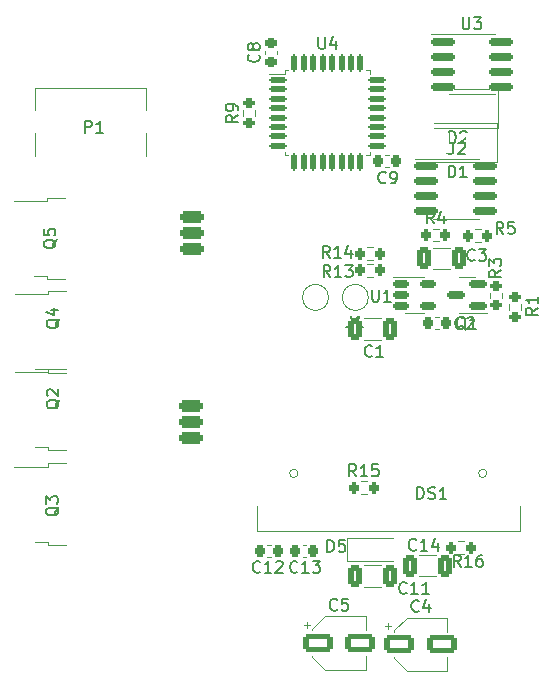
<source format=gto>
G04 #@! TF.GenerationSoftware,KiCad,Pcbnew,(6.0.0)*
G04 #@! TF.CreationDate,2022-07-15T20:40:48-03:00*
G04 #@! TF.ProjectId,lanterna_bueno,6c616e74-6572-46e6-915f-6275656e6f2e,rev?*
G04 #@! TF.SameCoordinates,Original*
G04 #@! TF.FileFunction,Legend,Top*
G04 #@! TF.FilePolarity,Positive*
%FSLAX46Y46*%
G04 Gerber Fmt 4.6, Leading zero omitted, Abs format (unit mm)*
G04 Created by KiCad (PCBNEW (6.0.0)) date 2022-07-15 20:40:48*
%MOMM*%
%LPD*%
G01*
G04 APERTURE LIST*
G04 Aperture macros list*
%AMRoundRect*
0 Rectangle with rounded corners*
0 $1 Rounding radius*
0 $2 $3 $4 $5 $6 $7 $8 $9 X,Y pos of 4 corners*
0 Add a 4 corners polygon primitive as box body*
4,1,4,$2,$3,$4,$5,$6,$7,$8,$9,$2,$3,0*
0 Add four circle primitives for the rounded corners*
1,1,$1+$1,$2,$3*
1,1,$1+$1,$4,$5*
1,1,$1+$1,$6,$7*
1,1,$1+$1,$8,$9*
0 Add four rect primitives between the rounded corners*
20,1,$1+$1,$2,$3,$4,$5,0*
20,1,$1+$1,$4,$5,$6,$7,0*
20,1,$1+$1,$6,$7,$8,$9,0*
20,1,$1+$1,$8,$9,$2,$3,0*%
G04 Aperture macros list end*
%ADD10C,0.150000*%
%ADD11C,0.120000*%
%ADD12C,0.100000*%
%ADD13RoundRect,0.250000X-1.050000X-0.550000X1.050000X-0.550000X1.050000X0.550000X-1.050000X0.550000X0*%
%ADD14RoundRect,0.150000X-0.512500X-0.150000X0.512500X-0.150000X0.512500X0.150000X-0.512500X0.150000X0*%
%ADD15C,2.000000*%
%ADD16RoundRect,0.250000X-0.325000X-0.650000X0.325000X-0.650000X0.325000X0.650000X-0.325000X0.650000X0*%
%ADD17RoundRect,0.225000X-0.225000X-0.250000X0.225000X-0.250000X0.225000X0.250000X-0.225000X0.250000X0*%
%ADD18RoundRect,0.150000X0.587500X0.150000X-0.587500X0.150000X-0.587500X-0.150000X0.587500X-0.150000X0*%
%ADD19RoundRect,0.250000X0.325000X0.650000X-0.325000X0.650000X-0.325000X-0.650000X0.325000X-0.650000X0*%
%ADD20R,0.400000X2.000000*%
%ADD21RoundRect,0.125000X-0.625000X-0.125000X0.625000X-0.125000X0.625000X0.125000X-0.625000X0.125000X0*%
%ADD22RoundRect,0.125000X-0.125000X-0.625000X0.125000X-0.625000X0.125000X0.625000X-0.125000X0.625000X0*%
%ADD23C,0.650000*%
%ADD24R,0.600000X1.450000*%
%ADD25R,0.300000X1.450000*%
%ADD26O,1.000000X1.600000*%
%ADD27O,1.000000X2.100000*%
%ADD28RoundRect,0.200000X-0.200000X-0.275000X0.200000X-0.275000X0.200000X0.275000X-0.200000X0.275000X0*%
%ADD29RoundRect,0.250000X0.750000X-0.250000X0.750000X0.250000X-0.750000X0.250000X-0.750000X-0.250000X0*%
%ADD30RoundRect,0.200000X0.275000X-0.200000X0.275000X0.200000X-0.275000X0.200000X-0.275000X-0.200000X0*%
%ADD31RoundRect,0.250000X-0.750000X0.250000X-0.750000X-0.250000X0.750000X-0.250000X0.750000X0.250000X0*%
%ADD32R,2.200000X1.200000*%
%ADD33R,6.400000X5.800000*%
%ADD34RoundRect,0.150000X-0.825000X-0.150000X0.825000X-0.150000X0.825000X0.150000X-0.825000X0.150000X0*%
%ADD35RoundRect,0.200000X0.200000X0.275000X-0.200000X0.275000X-0.200000X-0.275000X0.200000X-0.275000X0*%
%ADD36RoundRect,0.225000X0.250000X-0.225000X0.250000X0.225000X-0.250000X0.225000X-0.250000X-0.225000X0*%
%ADD37R,2.500000X1.800000*%
%ADD38R,0.900000X1.200000*%
%ADD39C,3.200000*%
G04 APERTURE END LIST*
D10*
X146307333Y-118789942D02*
X146259714Y-118837561D01*
X146116857Y-118885180D01*
X146021619Y-118885180D01*
X145878761Y-118837561D01*
X145783523Y-118742323D01*
X145735904Y-118647085D01*
X145688285Y-118456609D01*
X145688285Y-118313752D01*
X145735904Y-118123276D01*
X145783523Y-118028038D01*
X145878761Y-117932800D01*
X146021619Y-117885180D01*
X146116857Y-117885180D01*
X146259714Y-117932800D01*
X146307333Y-117980419D01*
X147212095Y-117885180D02*
X146735904Y-117885180D01*
X146688285Y-118361371D01*
X146735904Y-118313752D01*
X146831142Y-118266133D01*
X147069238Y-118266133D01*
X147164476Y-118313752D01*
X147212095Y-118361371D01*
X147259714Y-118456609D01*
X147259714Y-118694704D01*
X147212095Y-118789942D01*
X147164476Y-118837561D01*
X147069238Y-118885180D01*
X146831142Y-118885180D01*
X146735904Y-118837561D01*
X146688285Y-118789942D01*
X149268095Y-91722780D02*
X149268095Y-92532304D01*
X149315714Y-92627542D01*
X149363333Y-92675161D01*
X149458571Y-92722780D01*
X149649047Y-92722780D01*
X149744285Y-92675161D01*
X149791904Y-92627542D01*
X149839523Y-92532304D01*
X149839523Y-91722780D01*
X150839523Y-92722780D02*
X150268095Y-92722780D01*
X150553809Y-92722780D02*
X150553809Y-91722780D01*
X150458571Y-91865638D01*
X150363333Y-91960876D01*
X150268095Y-92008495D01*
X147461466Y-93907180D02*
X147461466Y-94621466D01*
X147413847Y-94764323D01*
X147318609Y-94859561D01*
X147175752Y-94907180D01*
X147080514Y-94907180D01*
X148461466Y-94907180D02*
X147890038Y-94907180D01*
X148175752Y-94907180D02*
X148175752Y-93907180D01*
X148080514Y-94050038D01*
X147985276Y-94145276D01*
X147890038Y-94192895D01*
X149253733Y-97301142D02*
X149206114Y-97348761D01*
X149063257Y-97396380D01*
X148968019Y-97396380D01*
X148825161Y-97348761D01*
X148729923Y-97253523D01*
X148682304Y-97158285D01*
X148634685Y-96967809D01*
X148634685Y-96824952D01*
X148682304Y-96634476D01*
X148729923Y-96539238D01*
X148825161Y-96444000D01*
X148968019Y-96396380D01*
X149063257Y-96396380D01*
X149206114Y-96444000D01*
X149253733Y-96491619D01*
X150206114Y-97396380D02*
X149634685Y-97396380D01*
X149920400Y-97396380D02*
X149920400Y-96396380D01*
X149825161Y-96539238D01*
X149729923Y-96634476D01*
X149634685Y-96682095D01*
X156924533Y-94956742D02*
X156876914Y-95004361D01*
X156734057Y-95051980D01*
X156638819Y-95051980D01*
X156495961Y-95004361D01*
X156400723Y-94909123D01*
X156353104Y-94813885D01*
X156305485Y-94623409D01*
X156305485Y-94480552D01*
X156353104Y-94290076D01*
X156400723Y-94194838D01*
X156495961Y-94099600D01*
X156638819Y-94051980D01*
X156734057Y-94051980D01*
X156876914Y-94099600D01*
X156924533Y-94147219D01*
X157305485Y-94147219D02*
X157353104Y-94099600D01*
X157448342Y-94051980D01*
X157686438Y-94051980D01*
X157781676Y-94099600D01*
X157829295Y-94147219D01*
X157876914Y-94242457D01*
X157876914Y-94337695D01*
X157829295Y-94480552D01*
X157257866Y-95051980D01*
X157876914Y-95051980D01*
X157199161Y-95116419D02*
X157103923Y-95068800D01*
X157008685Y-94973561D01*
X156865828Y-94830704D01*
X156770590Y-94783085D01*
X156675352Y-94783085D01*
X156722971Y-95021180D02*
X156627733Y-94973561D01*
X156532495Y-94878323D01*
X156484876Y-94687847D01*
X156484876Y-94354514D01*
X156532495Y-94164038D01*
X156627733Y-94068800D01*
X156722971Y-94021180D01*
X156913447Y-94021180D01*
X157008685Y-94068800D01*
X157103923Y-94164038D01*
X157151542Y-94354514D01*
X157151542Y-94687847D01*
X157103923Y-94878323D01*
X157008685Y-94973561D01*
X156913447Y-95021180D01*
X156722971Y-95021180D01*
X158103923Y-95021180D02*
X157532495Y-95021180D01*
X157818209Y-95021180D02*
X157818209Y-94021180D01*
X157722971Y-94164038D01*
X157627733Y-94259276D01*
X157532495Y-94306895D01*
X152181142Y-117367142D02*
X152133523Y-117414761D01*
X151990666Y-117462380D01*
X151895428Y-117462380D01*
X151752571Y-117414761D01*
X151657333Y-117319523D01*
X151609714Y-117224285D01*
X151562095Y-117033809D01*
X151562095Y-116890952D01*
X151609714Y-116700476D01*
X151657333Y-116605238D01*
X151752571Y-116510000D01*
X151895428Y-116462380D01*
X151990666Y-116462380D01*
X152133523Y-116510000D01*
X152181142Y-116557619D01*
X153133523Y-117462380D02*
X152562095Y-117462380D01*
X152847809Y-117462380D02*
X152847809Y-116462380D01*
X152752571Y-116605238D01*
X152657333Y-116700476D01*
X152562095Y-116748095D01*
X154085904Y-117462380D02*
X153514476Y-117462380D01*
X153800190Y-117462380D02*
X153800190Y-116462380D01*
X153704952Y-116605238D01*
X153609714Y-116700476D01*
X153514476Y-116748095D01*
X153082914Y-109435980D02*
X153082914Y-108435980D01*
X153321009Y-108435980D01*
X153463866Y-108483600D01*
X153559104Y-108578838D01*
X153606723Y-108674076D01*
X153654342Y-108864552D01*
X153654342Y-109007409D01*
X153606723Y-109197885D01*
X153559104Y-109293123D01*
X153463866Y-109388361D01*
X153321009Y-109435980D01*
X153082914Y-109435980D01*
X154035295Y-109388361D02*
X154178152Y-109435980D01*
X154416247Y-109435980D01*
X154511485Y-109388361D01*
X154559104Y-109340742D01*
X154606723Y-109245504D01*
X154606723Y-109150266D01*
X154559104Y-109055028D01*
X154511485Y-109007409D01*
X154416247Y-108959790D01*
X154225771Y-108912171D01*
X154130533Y-108864552D01*
X154082914Y-108816933D01*
X154035295Y-108721695D01*
X154035295Y-108626457D01*
X154082914Y-108531219D01*
X154130533Y-108483600D01*
X154225771Y-108435980D01*
X154463866Y-108435980D01*
X154606723Y-108483600D01*
X155559104Y-109435980D02*
X154987676Y-109435980D01*
X155273390Y-109435980D02*
X155273390Y-108435980D01*
X155178152Y-108578838D01*
X155082914Y-108674076D01*
X154987676Y-108721695D01*
X144713137Y-70314180D02*
X144713137Y-71123704D01*
X144760756Y-71218942D01*
X144808375Y-71266561D01*
X144903613Y-71314180D01*
X145094089Y-71314180D01*
X145189327Y-71266561D01*
X145236946Y-71218942D01*
X145284565Y-71123704D01*
X145284565Y-70314180D01*
X146189327Y-70647514D02*
X146189327Y-71314180D01*
X145951232Y-70266561D02*
X145713137Y-70980847D01*
X146332184Y-70980847D01*
X124968304Y-78421580D02*
X124968304Y-77421580D01*
X125349257Y-77421580D01*
X125444495Y-77469200D01*
X125492114Y-77516819D01*
X125539733Y-77612057D01*
X125539733Y-77754914D01*
X125492114Y-77850152D01*
X125444495Y-77897771D01*
X125349257Y-77945390D01*
X124968304Y-77945390D01*
X126492114Y-78421580D02*
X125920685Y-78421580D01*
X126206400Y-78421580D02*
X126206400Y-77421580D01*
X126111161Y-77564438D01*
X126015923Y-77659676D01*
X125920685Y-77707295D01*
X154486133Y-86111180D02*
X154152800Y-85634990D01*
X153914704Y-86111180D02*
X153914704Y-85111180D01*
X154295657Y-85111180D01*
X154390895Y-85158800D01*
X154438514Y-85206419D01*
X154486133Y-85301657D01*
X154486133Y-85444514D01*
X154438514Y-85539752D01*
X154390895Y-85587371D01*
X154295657Y-85634990D01*
X153914704Y-85634990D01*
X155343276Y-85444514D02*
X155343276Y-86111180D01*
X155105180Y-85063561D02*
X154867085Y-85777847D01*
X155486133Y-85777847D01*
X145678742Y-89014380D02*
X145345409Y-88538190D01*
X145107314Y-89014380D02*
X145107314Y-88014380D01*
X145488266Y-88014380D01*
X145583504Y-88062000D01*
X145631123Y-88109619D01*
X145678742Y-88204857D01*
X145678742Y-88347714D01*
X145631123Y-88442952D01*
X145583504Y-88490571D01*
X145488266Y-88538190D01*
X145107314Y-88538190D01*
X146631123Y-89014380D02*
X146059695Y-89014380D01*
X146345409Y-89014380D02*
X146345409Y-88014380D01*
X146250171Y-88157238D01*
X146154933Y-88252476D01*
X146059695Y-88300095D01*
X147488266Y-88347714D02*
X147488266Y-89014380D01*
X147250171Y-87966761D02*
X147012076Y-88681047D01*
X147631123Y-88681047D01*
X150422133Y-82619942D02*
X150374514Y-82667561D01*
X150231657Y-82715180D01*
X150136419Y-82715180D01*
X149993561Y-82667561D01*
X149898323Y-82572323D01*
X149850704Y-82477085D01*
X149803085Y-82286609D01*
X149803085Y-82143752D01*
X149850704Y-81953276D01*
X149898323Y-81858038D01*
X149993561Y-81762800D01*
X150136419Y-81715180D01*
X150231657Y-81715180D01*
X150374514Y-81762800D01*
X150422133Y-81810419D01*
X150898323Y-82715180D02*
X151088800Y-82715180D01*
X151184038Y-82667561D01*
X151231657Y-82619942D01*
X151326895Y-82477085D01*
X151374514Y-82286609D01*
X151374514Y-81905657D01*
X151326895Y-81810419D01*
X151279276Y-81762800D01*
X151184038Y-81715180D01*
X150993561Y-81715180D01*
X150898323Y-81762800D01*
X150850704Y-81810419D01*
X150803085Y-81905657D01*
X150803085Y-82143752D01*
X150850704Y-82238990D01*
X150898323Y-82286609D01*
X150993561Y-82334228D01*
X151184038Y-82334228D01*
X151279276Y-82286609D01*
X151326895Y-82238990D01*
X151374514Y-82143752D01*
X137876380Y-76943066D02*
X137400190Y-77276400D01*
X137876380Y-77514495D02*
X136876380Y-77514495D01*
X136876380Y-77133542D01*
X136924000Y-77038304D01*
X136971619Y-76990685D01*
X137066857Y-76943066D01*
X137209714Y-76943066D01*
X137304952Y-76990685D01*
X137352571Y-77038304D01*
X137400190Y-77133542D01*
X137400190Y-77514495D01*
X137876380Y-76466876D02*
X137876380Y-76276400D01*
X137828761Y-76181161D01*
X137781142Y-76133542D01*
X137638285Y-76038304D01*
X137447809Y-75990685D01*
X137066857Y-75990685D01*
X136971619Y-76038304D01*
X136924000Y-76085923D01*
X136876380Y-76181161D01*
X136876380Y-76371638D01*
X136924000Y-76466876D01*
X136971619Y-76514495D01*
X137066857Y-76562114D01*
X137304952Y-76562114D01*
X137400190Y-76514495D01*
X137447809Y-76466876D01*
X137495428Y-76371638D01*
X137495428Y-76181161D01*
X137447809Y-76085923D01*
X137400190Y-76038304D01*
X137304952Y-75990685D01*
X122799619Y-101026038D02*
X122752000Y-101121276D01*
X122656761Y-101216514D01*
X122513904Y-101359371D01*
X122466285Y-101454609D01*
X122466285Y-101549847D01*
X122704380Y-101502228D02*
X122656761Y-101597466D01*
X122561523Y-101692704D01*
X122371047Y-101740323D01*
X122037714Y-101740323D01*
X121847238Y-101692704D01*
X121752000Y-101597466D01*
X121704380Y-101502228D01*
X121704380Y-101311752D01*
X121752000Y-101216514D01*
X121847238Y-101121276D01*
X122037714Y-101073657D01*
X122371047Y-101073657D01*
X122561523Y-101121276D01*
X122656761Y-101216514D01*
X122704380Y-101311752D01*
X122704380Y-101502228D01*
X121799619Y-100692704D02*
X121752000Y-100645085D01*
X121704380Y-100549847D01*
X121704380Y-100311752D01*
X121752000Y-100216514D01*
X121799619Y-100168895D01*
X121894857Y-100121276D01*
X121990095Y-100121276D01*
X122132952Y-100168895D01*
X122704380Y-100740323D01*
X122704380Y-100121276D01*
X155567295Y-79229580D02*
X155567295Y-80039104D01*
X155614914Y-80134342D01*
X155662533Y-80181961D01*
X155757771Y-80229580D01*
X155948247Y-80229580D01*
X156043485Y-80181961D01*
X156091104Y-80134342D01*
X156138723Y-80039104D01*
X156138723Y-79229580D01*
X156567295Y-79324819D02*
X156614914Y-79277200D01*
X156710152Y-79229580D01*
X156948247Y-79229580D01*
X157043485Y-79277200D01*
X157091104Y-79324819D01*
X157138723Y-79420057D01*
X157138723Y-79515295D01*
X157091104Y-79658152D01*
X156519676Y-80229580D01*
X157138723Y-80229580D01*
X145721594Y-90639980D02*
X145388261Y-90163790D01*
X145150166Y-90639980D02*
X145150166Y-89639980D01*
X145531118Y-89639980D01*
X145626356Y-89687600D01*
X145673975Y-89735219D01*
X145721594Y-89830457D01*
X145721594Y-89973314D01*
X145673975Y-90068552D01*
X145626356Y-90116171D01*
X145531118Y-90163790D01*
X145150166Y-90163790D01*
X146673975Y-90639980D02*
X146102547Y-90639980D01*
X146388261Y-90639980D02*
X146388261Y-89639980D01*
X146293023Y-89782838D01*
X146197785Y-89878076D01*
X146102547Y-89925695D01*
X147007309Y-89639980D02*
X147626356Y-89639980D01*
X147293023Y-90020933D01*
X147435880Y-90020933D01*
X147531118Y-90068552D01*
X147578737Y-90116171D01*
X147626356Y-90211409D01*
X147626356Y-90449504D01*
X147578737Y-90544742D01*
X147531118Y-90592361D01*
X147435880Y-90639980D01*
X147150166Y-90639980D01*
X147054928Y-90592361D01*
X147007309Y-90544742D01*
X139652794Y-71812266D02*
X139700413Y-71859885D01*
X139748032Y-72002742D01*
X139748032Y-72097980D01*
X139700413Y-72240838D01*
X139605175Y-72336076D01*
X139509937Y-72383695D01*
X139319461Y-72431314D01*
X139176604Y-72431314D01*
X138986128Y-72383695D01*
X138890890Y-72336076D01*
X138795652Y-72240838D01*
X138748032Y-72097980D01*
X138748032Y-72002742D01*
X138795652Y-71859885D01*
X138843271Y-71812266D01*
X139176604Y-71240838D02*
X139128985Y-71336076D01*
X139081366Y-71383695D01*
X138986128Y-71431314D01*
X138938509Y-71431314D01*
X138843271Y-71383695D01*
X138795652Y-71336076D01*
X138748032Y-71240838D01*
X138748032Y-71050361D01*
X138795652Y-70955123D01*
X138843271Y-70907504D01*
X138938509Y-70859885D01*
X138986128Y-70859885D01*
X139081366Y-70907504D01*
X139128985Y-70955123D01*
X139176604Y-71050361D01*
X139176604Y-71240838D01*
X139224223Y-71336076D01*
X139271842Y-71383695D01*
X139367080Y-71431314D01*
X139557556Y-71431314D01*
X139652794Y-71383695D01*
X139700413Y-71336076D01*
X139748032Y-71240838D01*
X139748032Y-71050361D01*
X139700413Y-70955123D01*
X139652794Y-70907504D01*
X139557556Y-70859885D01*
X139367080Y-70859885D01*
X139271842Y-70907504D01*
X139224223Y-70955123D01*
X139176604Y-71050361D01*
X155743504Y-82217980D02*
X155743504Y-81217980D01*
X155981600Y-81217980D01*
X156124457Y-81265600D01*
X156219695Y-81360838D01*
X156267314Y-81456076D01*
X156314933Y-81646552D01*
X156314933Y-81789409D01*
X156267314Y-81979885D01*
X156219695Y-82075123D01*
X156124457Y-82170361D01*
X155981600Y-82217980D01*
X155743504Y-82217980D01*
X157267314Y-82217980D02*
X156695885Y-82217980D01*
X156981600Y-82217980D02*
X156981600Y-81217980D01*
X156886361Y-81360838D01*
X156791123Y-81456076D01*
X156695885Y-81503695D01*
X147913942Y-107505580D02*
X147580609Y-107029390D01*
X147342514Y-107505580D02*
X147342514Y-106505580D01*
X147723466Y-106505580D01*
X147818704Y-106553200D01*
X147866323Y-106600819D01*
X147913942Y-106696057D01*
X147913942Y-106838914D01*
X147866323Y-106934152D01*
X147818704Y-106981771D01*
X147723466Y-107029390D01*
X147342514Y-107029390D01*
X148866323Y-107505580D02*
X148294895Y-107505580D01*
X148580609Y-107505580D02*
X148580609Y-106505580D01*
X148485371Y-106648438D01*
X148390133Y-106743676D01*
X148294895Y-106791295D01*
X149771085Y-106505580D02*
X149294895Y-106505580D01*
X149247276Y-106981771D01*
X149294895Y-106934152D01*
X149390133Y-106886533D01*
X149628228Y-106886533D01*
X149723466Y-106934152D01*
X149771085Y-106981771D01*
X149818704Y-107077009D01*
X149818704Y-107315104D01*
X149771085Y-107410342D01*
X149723466Y-107457961D01*
X149628228Y-107505580D01*
X149390133Y-107505580D01*
X149294895Y-107457961D01*
X149247276Y-107410342D01*
X157940533Y-89173142D02*
X157892914Y-89220761D01*
X157750057Y-89268380D01*
X157654819Y-89268380D01*
X157511961Y-89220761D01*
X157416723Y-89125523D01*
X157369104Y-89030285D01*
X157321485Y-88839809D01*
X157321485Y-88696952D01*
X157369104Y-88506476D01*
X157416723Y-88411238D01*
X157511961Y-88316000D01*
X157654819Y-88268380D01*
X157750057Y-88268380D01*
X157892914Y-88316000D01*
X157940533Y-88363619D01*
X158273866Y-88268380D02*
X158892914Y-88268380D01*
X158559580Y-88649333D01*
X158702438Y-88649333D01*
X158797676Y-88696952D01*
X158845295Y-88744571D01*
X158892914Y-88839809D01*
X158892914Y-89077904D01*
X158845295Y-89173142D01*
X158797676Y-89220761D01*
X158702438Y-89268380D01*
X158416723Y-89268380D01*
X158321485Y-89220761D01*
X158273866Y-89173142D01*
X160185180Y-90049466D02*
X159708990Y-90382800D01*
X160185180Y-90620895D02*
X159185180Y-90620895D01*
X159185180Y-90239942D01*
X159232800Y-90144704D01*
X159280419Y-90097085D01*
X159375657Y-90049466D01*
X159518514Y-90049466D01*
X159613752Y-90097085D01*
X159661371Y-90144704D01*
X159708990Y-90239942D01*
X159708990Y-90620895D01*
X159185180Y-89716133D02*
X159185180Y-89097085D01*
X159566133Y-89430419D01*
X159566133Y-89287561D01*
X159613752Y-89192323D01*
X159661371Y-89144704D01*
X159756609Y-89097085D01*
X159994704Y-89097085D01*
X160089942Y-89144704D01*
X160137561Y-89192323D01*
X160185180Y-89287561D01*
X160185180Y-89573276D01*
X160137561Y-89668514D01*
X160089942Y-89716133D01*
X163283980Y-93249866D02*
X162807790Y-93583200D01*
X163283980Y-93821295D02*
X162283980Y-93821295D01*
X162283980Y-93440342D01*
X162331600Y-93345104D01*
X162379219Y-93297485D01*
X162474457Y-93249866D01*
X162617314Y-93249866D01*
X162712552Y-93297485D01*
X162760171Y-93345104D01*
X162807790Y-93440342D01*
X162807790Y-93821295D01*
X163283980Y-92297485D02*
X163283980Y-92868914D01*
X163283980Y-92583200D02*
X162283980Y-92583200D01*
X162426838Y-92678438D01*
X162522076Y-92773676D01*
X162569695Y-92868914D01*
X142935542Y-115589142D02*
X142887923Y-115636761D01*
X142745066Y-115684380D01*
X142649828Y-115684380D01*
X142506971Y-115636761D01*
X142411733Y-115541523D01*
X142364114Y-115446285D01*
X142316495Y-115255809D01*
X142316495Y-115112952D01*
X142364114Y-114922476D01*
X142411733Y-114827238D01*
X142506971Y-114732000D01*
X142649828Y-114684380D01*
X142745066Y-114684380D01*
X142887923Y-114732000D01*
X142935542Y-114779619D01*
X143887923Y-115684380D02*
X143316495Y-115684380D01*
X143602209Y-115684380D02*
X143602209Y-114684380D01*
X143506971Y-114827238D01*
X143411733Y-114922476D01*
X143316495Y-114970095D01*
X144221257Y-114684380D02*
X144840304Y-114684380D01*
X144506971Y-115065333D01*
X144649828Y-115065333D01*
X144745066Y-115112952D01*
X144792685Y-115160571D01*
X144840304Y-115255809D01*
X144840304Y-115493904D01*
X144792685Y-115589142D01*
X144745066Y-115636761D01*
X144649828Y-115684380D01*
X144364114Y-115684380D01*
X144268876Y-115636761D01*
X144221257Y-115589142D01*
X155794304Y-79322380D02*
X155794304Y-78322380D01*
X156032400Y-78322380D01*
X156175257Y-78370000D01*
X156270495Y-78465238D01*
X156318114Y-78560476D01*
X156365733Y-78750952D01*
X156365733Y-78893809D01*
X156318114Y-79084285D01*
X156270495Y-79179523D01*
X156175257Y-79274761D01*
X156032400Y-79322380D01*
X155794304Y-79322380D01*
X156746685Y-78417619D02*
X156794304Y-78370000D01*
X156889542Y-78322380D01*
X157127638Y-78322380D01*
X157222876Y-78370000D01*
X157270495Y-78417619D01*
X157318114Y-78512857D01*
X157318114Y-78608095D01*
X157270495Y-78750952D01*
X156699066Y-79322380D01*
X157318114Y-79322380D01*
X139785942Y-115589142D02*
X139738323Y-115636761D01*
X139595466Y-115684380D01*
X139500228Y-115684380D01*
X139357371Y-115636761D01*
X139262133Y-115541523D01*
X139214514Y-115446285D01*
X139166895Y-115255809D01*
X139166895Y-115112952D01*
X139214514Y-114922476D01*
X139262133Y-114827238D01*
X139357371Y-114732000D01*
X139500228Y-114684380D01*
X139595466Y-114684380D01*
X139738323Y-114732000D01*
X139785942Y-114779619D01*
X140738323Y-115684380D02*
X140166895Y-115684380D01*
X140452609Y-115684380D02*
X140452609Y-114684380D01*
X140357371Y-114827238D01*
X140262133Y-114922476D01*
X140166895Y-114970095D01*
X141119276Y-114779619D02*
X141166895Y-114732000D01*
X141262133Y-114684380D01*
X141500228Y-114684380D01*
X141595466Y-114732000D01*
X141643085Y-114779619D01*
X141690704Y-114874857D01*
X141690704Y-114970095D01*
X141643085Y-115112952D01*
X141071657Y-115684380D01*
X141690704Y-115684380D01*
X156753142Y-115176380D02*
X156419809Y-114700190D01*
X156181714Y-115176380D02*
X156181714Y-114176380D01*
X156562666Y-114176380D01*
X156657904Y-114224000D01*
X156705523Y-114271619D01*
X156753142Y-114366857D01*
X156753142Y-114509714D01*
X156705523Y-114604952D01*
X156657904Y-114652571D01*
X156562666Y-114700190D01*
X156181714Y-114700190D01*
X157705523Y-115176380D02*
X157134095Y-115176380D01*
X157419809Y-115176380D02*
X157419809Y-114176380D01*
X157324571Y-114319238D01*
X157229333Y-114414476D01*
X157134095Y-114462095D01*
X158562666Y-114176380D02*
X158372190Y-114176380D01*
X158276952Y-114224000D01*
X158229333Y-114271619D01*
X158134095Y-114414476D01*
X158086476Y-114604952D01*
X158086476Y-114985904D01*
X158134095Y-115081142D01*
X158181714Y-115128761D01*
X158276952Y-115176380D01*
X158467428Y-115176380D01*
X158562666Y-115128761D01*
X158610285Y-115081142D01*
X158657904Y-114985904D01*
X158657904Y-114747809D01*
X158610285Y-114652571D01*
X158562666Y-114604952D01*
X158467428Y-114557333D01*
X158276952Y-114557333D01*
X158181714Y-114604952D01*
X158134095Y-114652571D01*
X158086476Y-114747809D01*
X145481904Y-113906380D02*
X145481904Y-112906380D01*
X145720000Y-112906380D01*
X145862857Y-112954000D01*
X145958095Y-113049238D01*
X146005714Y-113144476D01*
X146053333Y-113334952D01*
X146053333Y-113477809D01*
X146005714Y-113668285D01*
X145958095Y-113763523D01*
X145862857Y-113858761D01*
X145720000Y-113906380D01*
X145481904Y-113906380D01*
X146958095Y-112906380D02*
X146481904Y-112906380D01*
X146434285Y-113382571D01*
X146481904Y-113334952D01*
X146577142Y-113287333D01*
X146815238Y-113287333D01*
X146910476Y-113334952D01*
X146958095Y-113382571D01*
X147005714Y-113477809D01*
X147005714Y-113715904D01*
X146958095Y-113811142D01*
X146910476Y-113858761D01*
X146815238Y-113906380D01*
X146577142Y-113906380D01*
X146481904Y-113858761D01*
X146434285Y-113811142D01*
X156938895Y-68663180D02*
X156938895Y-69472704D01*
X156986514Y-69567942D01*
X157034133Y-69615561D01*
X157129371Y-69663180D01*
X157319847Y-69663180D01*
X157415085Y-69615561D01*
X157462704Y-69567942D01*
X157510323Y-69472704D01*
X157510323Y-68663180D01*
X157891276Y-68663180D02*
X158510323Y-68663180D01*
X158176990Y-69044133D01*
X158319847Y-69044133D01*
X158415085Y-69091752D01*
X158462704Y-69139371D01*
X158510323Y-69234609D01*
X158510323Y-69472704D01*
X158462704Y-69567942D01*
X158415085Y-69615561D01*
X158319847Y-69663180D01*
X158034133Y-69663180D01*
X157938895Y-69615561D01*
X157891276Y-69567942D01*
X153216133Y-118891542D02*
X153168514Y-118939161D01*
X153025657Y-118986780D01*
X152930419Y-118986780D01*
X152787561Y-118939161D01*
X152692323Y-118843923D01*
X152644704Y-118748685D01*
X152597085Y-118558209D01*
X152597085Y-118415352D01*
X152644704Y-118224876D01*
X152692323Y-118129638D01*
X152787561Y-118034400D01*
X152930419Y-117986780D01*
X153025657Y-117986780D01*
X153168514Y-118034400D01*
X153216133Y-118082019D01*
X154073276Y-118320114D02*
X154073276Y-118986780D01*
X153835180Y-117939161D02*
X153597085Y-118653447D01*
X154216133Y-118653447D01*
X153001890Y-113709542D02*
X152954271Y-113757161D01*
X152811414Y-113804780D01*
X152716176Y-113804780D01*
X152573319Y-113757161D01*
X152478081Y-113661923D01*
X152430462Y-113566685D01*
X152382843Y-113376209D01*
X152382843Y-113233352D01*
X152430462Y-113042876D01*
X152478081Y-112947638D01*
X152573319Y-112852400D01*
X152716176Y-112804780D01*
X152811414Y-112804780D01*
X152954271Y-112852400D01*
X153001890Y-112900019D01*
X153954271Y-113804780D02*
X153382843Y-113804780D01*
X153668557Y-113804780D02*
X153668557Y-112804780D01*
X153573319Y-112947638D01*
X153478081Y-113042876D01*
X153382843Y-113090495D01*
X154811414Y-113138114D02*
X154811414Y-113804780D01*
X154573319Y-112757161D02*
X154335224Y-113471447D01*
X154954271Y-113471447D01*
X122799619Y-94218838D02*
X122752000Y-94314076D01*
X122656761Y-94409314D01*
X122513904Y-94552171D01*
X122466285Y-94647409D01*
X122466285Y-94742647D01*
X122704380Y-94695028D02*
X122656761Y-94790266D01*
X122561523Y-94885504D01*
X122371047Y-94933123D01*
X122037714Y-94933123D01*
X121847238Y-94885504D01*
X121752000Y-94790266D01*
X121704380Y-94695028D01*
X121704380Y-94504552D01*
X121752000Y-94409314D01*
X121847238Y-94314076D01*
X122037714Y-94266457D01*
X122371047Y-94266457D01*
X122561523Y-94314076D01*
X122656761Y-94409314D01*
X122704380Y-94504552D01*
X122704380Y-94695028D01*
X122037714Y-93409314D02*
X122704380Y-93409314D01*
X121656761Y-93647409D02*
X122371047Y-93885504D01*
X122371047Y-93266457D01*
X122545619Y-87462438D02*
X122498000Y-87557676D01*
X122402761Y-87652914D01*
X122259904Y-87795771D01*
X122212285Y-87891009D01*
X122212285Y-87986247D01*
X122450380Y-87938628D02*
X122402761Y-88033866D01*
X122307523Y-88129104D01*
X122117047Y-88176723D01*
X121783714Y-88176723D01*
X121593238Y-88129104D01*
X121498000Y-88033866D01*
X121450380Y-87938628D01*
X121450380Y-87748152D01*
X121498000Y-87652914D01*
X121593238Y-87557676D01*
X121783714Y-87510057D01*
X122117047Y-87510057D01*
X122307523Y-87557676D01*
X122402761Y-87652914D01*
X122450380Y-87748152D01*
X122450380Y-87938628D01*
X121450380Y-86605295D02*
X121450380Y-87081485D01*
X121926571Y-87129104D01*
X121878952Y-87081485D01*
X121831333Y-86986247D01*
X121831333Y-86748152D01*
X121878952Y-86652914D01*
X121926571Y-86605295D01*
X122021809Y-86557676D01*
X122259904Y-86557676D01*
X122355142Y-86605295D01*
X122402761Y-86652914D01*
X122450380Y-86748152D01*
X122450380Y-86986247D01*
X122402761Y-87081485D01*
X122355142Y-87129104D01*
X122748819Y-110119238D02*
X122701200Y-110214476D01*
X122605961Y-110309714D01*
X122463104Y-110452571D01*
X122415485Y-110547809D01*
X122415485Y-110643047D01*
X122653580Y-110595428D02*
X122605961Y-110690666D01*
X122510723Y-110785904D01*
X122320247Y-110833523D01*
X121986914Y-110833523D01*
X121796438Y-110785904D01*
X121701200Y-110690666D01*
X121653580Y-110595428D01*
X121653580Y-110404952D01*
X121701200Y-110309714D01*
X121796438Y-110214476D01*
X121986914Y-110166857D01*
X122320247Y-110166857D01*
X122510723Y-110214476D01*
X122605961Y-110309714D01*
X122653580Y-110404952D01*
X122653580Y-110595428D01*
X121653580Y-109833523D02*
X121653580Y-109214476D01*
X122034533Y-109547809D01*
X122034533Y-109404952D01*
X122082152Y-109309714D01*
X122129771Y-109262095D01*
X122225009Y-109214476D01*
X122463104Y-109214476D01*
X122558342Y-109262095D01*
X122605961Y-109309714D01*
X122653580Y-109404952D01*
X122653580Y-109690666D01*
X122605961Y-109785904D01*
X122558342Y-109833523D01*
X160378933Y-86982380D02*
X160045600Y-86506190D01*
X159807504Y-86982380D02*
X159807504Y-85982380D01*
X160188457Y-85982380D01*
X160283695Y-86030000D01*
X160331314Y-86077619D01*
X160378933Y-86172857D01*
X160378933Y-86315714D01*
X160331314Y-86410952D01*
X160283695Y-86458571D01*
X160188457Y-86506190D01*
X159807504Y-86506190D01*
X161283695Y-85982380D02*
X160807504Y-85982380D01*
X160759885Y-86458571D01*
X160807504Y-86410952D01*
X160902742Y-86363333D01*
X161140838Y-86363333D01*
X161236076Y-86410952D01*
X161283695Y-86458571D01*
X161331314Y-86553809D01*
X161331314Y-86791904D01*
X161283695Y-86887142D01*
X161236076Y-86934761D01*
X161140838Y-86982380D01*
X160902742Y-86982380D01*
X160807504Y-86934761D01*
X160759885Y-86887142D01*
D11*
X145278437Y-123892800D02*
X148734000Y-123892800D01*
X144214000Y-120437237D02*
X145278437Y-119372800D01*
X144214000Y-120437237D02*
X144214000Y-120572800D01*
X143724000Y-119822800D02*
X143724000Y-120322800D01*
X144214000Y-122828363D02*
X144214000Y-122692800D01*
X143474000Y-120072800D02*
X143974000Y-120072800D01*
X148734000Y-119372800D02*
X148734000Y-120572800D01*
X148734000Y-123892800D02*
X148734000Y-122692800D01*
X145278437Y-119372800D02*
X148734000Y-119372800D01*
X144214000Y-122828363D02*
X145278437Y-123892800D01*
X152824000Y-93728800D02*
X153624000Y-93728800D01*
X152824000Y-93728800D02*
X152024000Y-93728800D01*
X152824000Y-90608800D02*
X153624000Y-90608800D01*
X152824000Y-90608800D02*
X151024000Y-90608800D01*
X145573600Y-92372000D02*
G75*
G03*
X145573600Y-92372000I-1100000J0D01*
G01*
X148945600Y-92372000D02*
G75*
G03*
X148945600Y-92372000I-1100000J0D01*
G01*
X148607548Y-95974400D02*
X150030052Y-95974400D01*
X148607548Y-94154400D02*
X150030052Y-94154400D01*
X154613820Y-94046400D02*
X154894980Y-94046400D01*
X154613820Y-95066400D02*
X154894980Y-95066400D01*
X157294400Y-93728800D02*
X156644400Y-93728800D01*
X157294400Y-90608800D02*
X157944400Y-90608800D01*
X157294400Y-93728800D02*
X158969400Y-93728800D01*
X157294400Y-90608800D02*
X156644400Y-90608800D01*
X150030052Y-116853200D02*
X148607548Y-116853200D01*
X150030052Y-115033200D02*
X148607548Y-115033200D01*
X139481652Y-110022200D02*
X139481652Y-112172200D01*
X139481652Y-112172200D02*
X161781652Y-112172200D01*
X161781652Y-112172200D02*
X161781652Y-110022200D01*
D12*
X158981652Y-107272200D02*
G75*
G03*
X158981652Y-107272200I-350000J0D01*
G01*
X142981652Y-107272200D02*
G75*
G03*
X142981652Y-107272200I-350000J0D01*
G01*
D11*
X142165042Y-80351800D02*
X141865042Y-80351800D01*
X148785042Y-80351800D02*
X149085042Y-80351800D01*
X141865042Y-73131800D02*
X141865042Y-73431800D01*
X141865042Y-73431800D02*
X140550042Y-73431800D01*
X141865042Y-80351800D02*
X141865042Y-80051800D01*
X142165042Y-73131800D02*
X141865042Y-73131800D01*
X148785042Y-73131800D02*
X149085042Y-73131800D01*
X149085042Y-80351800D02*
X149085042Y-80051800D01*
X149085042Y-73131800D02*
X149085042Y-73431800D01*
X130129000Y-80422000D02*
X130129000Y-78422000D01*
X120729000Y-80422000D02*
X120729000Y-78422000D01*
X130129000Y-76522000D02*
X130129000Y-74622000D01*
X130129000Y-74622000D02*
X120729000Y-74622000D01*
X120729000Y-76522000D02*
X120729000Y-74622000D01*
X154415542Y-87611300D02*
X154890058Y-87611300D01*
X154415542Y-86566300D02*
X154890058Y-86566300D01*
X148870394Y-89186100D02*
X149344910Y-89186100D01*
X148870394Y-88141100D02*
X149344910Y-88141100D01*
X150389472Y-81299600D02*
X150670632Y-81299600D01*
X150389472Y-80279600D02*
X150670632Y-80279600D01*
X139376500Y-77013658D02*
X139376500Y-76539142D01*
X138331500Y-77013658D02*
X138331500Y-76539142D01*
X123364800Y-105295200D02*
X121864800Y-105295200D01*
X123364800Y-98395200D02*
X121864800Y-98395200D01*
X121864800Y-98395200D02*
X121864800Y-98665200D01*
X121864800Y-105025200D02*
X120764800Y-105025200D01*
X121864800Y-105295200D02*
X121864800Y-105025200D01*
X121864800Y-98665200D02*
X119034800Y-98665200D01*
X156329200Y-85737200D02*
X158279200Y-85737200D01*
X156329200Y-80617200D02*
X158279200Y-80617200D01*
X156329200Y-85737200D02*
X154379200Y-85737200D01*
X156329200Y-80617200D02*
X152879200Y-80617200D01*
X149344910Y-89563500D02*
X148870394Y-89563500D01*
X149344910Y-90608500D02*
X148870394Y-90608500D01*
X140215652Y-71786180D02*
X140215652Y-71505020D01*
X141235652Y-71786180D02*
X141235652Y-71505020D01*
X159881600Y-80915600D02*
X159881600Y-77615600D01*
X159881600Y-77615600D02*
X154481600Y-77615600D01*
X159881600Y-80915600D02*
X154481600Y-80915600D01*
X148836910Y-108998100D02*
X148362394Y-108998100D01*
X148836910Y-107953100D02*
X148362394Y-107953100D01*
X154449548Y-88160000D02*
X155872052Y-88160000D01*
X154449548Y-89980000D02*
X155872052Y-89980000D01*
X160255300Y-92456858D02*
X160255300Y-91982342D01*
X159210300Y-92456858D02*
X159210300Y-91982342D01*
X160835900Y-93422058D02*
X160835900Y-92947542D01*
X161880900Y-93422058D02*
X161880900Y-92947542D01*
X143379072Y-113350400D02*
X143660232Y-113350400D01*
X143379072Y-114370400D02*
X143660232Y-114370400D01*
X159932400Y-78020000D02*
X159932400Y-74720000D01*
X159932400Y-78020000D02*
X154532400Y-78020000D01*
X159932400Y-74720000D02*
X154532400Y-74720000D01*
X140381872Y-114370400D02*
X140663032Y-114370400D01*
X140381872Y-113350400D02*
X140663032Y-113350400D01*
X157015710Y-114078100D02*
X156541194Y-114078100D01*
X157015710Y-113033100D02*
X156541194Y-113033100D01*
X147119600Y-112708000D02*
X147119600Y-114708000D01*
X147119600Y-114708000D02*
X151019600Y-114708000D01*
X147119600Y-112708000D02*
X151019600Y-112708000D01*
X157700800Y-70050800D02*
X159650800Y-70050800D01*
X157700800Y-75170800D02*
X159650800Y-75170800D01*
X157700800Y-75170800D02*
X155750800Y-75170800D01*
X157700800Y-70050800D02*
X154250800Y-70050800D01*
X152187237Y-123994400D02*
X155642800Y-123994400D01*
X150382800Y-120174400D02*
X150882800Y-120174400D01*
X155642800Y-123994400D02*
X155642800Y-122794400D01*
X150632800Y-119924400D02*
X150632800Y-120424400D01*
X151122800Y-120538837D02*
X151122800Y-120674400D01*
X155642800Y-119474400D02*
X155642800Y-120674400D01*
X151122800Y-122929963D02*
X151122800Y-122794400D01*
X152187237Y-119474400D02*
X155642800Y-119474400D01*
X151122800Y-120538837D02*
X152187237Y-119474400D01*
X151122800Y-122929963D02*
X152187237Y-123994400D01*
X154652852Y-115989600D02*
X153230348Y-115989600D01*
X154652852Y-114169600D02*
X153230348Y-114169600D01*
X121864800Y-91842000D02*
X121864800Y-92112000D01*
X123364800Y-98742000D02*
X121864800Y-98742000D01*
X123364800Y-91842000D02*
X121864800Y-91842000D01*
X121864800Y-92112000D02*
X119034800Y-92112000D01*
X121864800Y-98742000D02*
X121864800Y-98472000D01*
X121864800Y-98472000D02*
X120764800Y-98472000D01*
X123263200Y-90817200D02*
X121763200Y-90817200D01*
X121763200Y-84187200D02*
X118933200Y-84187200D01*
X121763200Y-90547200D02*
X120663200Y-90547200D01*
X121763200Y-83917200D02*
X121763200Y-84187200D01*
X121763200Y-90817200D02*
X121763200Y-90547200D01*
X123263200Y-83917200D02*
X121763200Y-83917200D01*
X123314000Y-106421600D02*
X121814000Y-106421600D01*
X121814000Y-113321600D02*
X121814000Y-113051600D01*
X123314000Y-113321600D02*
X121814000Y-113321600D01*
X121814000Y-106691600D02*
X118984000Y-106691600D01*
X121814000Y-106421600D02*
X121814000Y-106691600D01*
X121814000Y-113051600D02*
X120714000Y-113051600D01*
X158446058Y-86617100D02*
X157971542Y-86617100D01*
X158446058Y-87662100D02*
X157971542Y-87662100D01*
%LPC*%
D13*
X144674000Y-121632800D03*
X148274000Y-121632800D03*
D14*
X151686500Y-91218800D03*
X151686500Y-92168800D03*
X151686500Y-93118800D03*
X153961500Y-93118800D03*
X153961500Y-91218800D03*
D15*
X147845600Y-92372000D03*
X144473600Y-92372000D03*
D16*
X147843800Y-95064400D03*
X150793800Y-95064400D03*
D17*
X153979400Y-94556400D03*
X155529400Y-94556400D03*
D18*
X158231900Y-93118800D03*
X158231900Y-91218800D03*
X156356900Y-92168800D03*
D19*
X150793800Y-115943200D03*
X147843800Y-115943200D03*
D20*
X140481652Y-111022200D03*
X141181652Y-111022200D03*
X141881652Y-111022200D03*
X142581652Y-111022200D03*
X143281652Y-111022200D03*
X143981652Y-111022200D03*
X144681652Y-111022200D03*
X145381652Y-111022200D03*
X146081652Y-111022200D03*
X146781652Y-111022200D03*
X147481652Y-111022200D03*
X148181652Y-111022200D03*
X148881652Y-111022200D03*
X149581652Y-111022200D03*
X150281652Y-111022200D03*
X150981652Y-111022200D03*
X151681652Y-111022200D03*
X152381652Y-111022200D03*
X153081652Y-111022200D03*
X153781652Y-111022200D03*
X154481652Y-111022200D03*
X155181652Y-111022200D03*
X155881652Y-111022200D03*
X156581652Y-111022200D03*
X157281652Y-111022200D03*
X157981652Y-111022200D03*
X158681652Y-111022200D03*
X159381652Y-111022200D03*
X160081652Y-111022200D03*
X160781652Y-111022200D03*
D21*
X141300042Y-73941800D03*
X141300042Y-74741800D03*
X141300042Y-75541800D03*
X141300042Y-76341800D03*
X141300042Y-77141800D03*
X141300042Y-77941800D03*
X141300042Y-78741800D03*
X141300042Y-79541800D03*
D22*
X142675042Y-80916800D03*
X143475042Y-80916800D03*
X144275042Y-80916800D03*
X145075042Y-80916800D03*
X145875042Y-80916800D03*
X146675042Y-80916800D03*
X147475042Y-80916800D03*
X148275042Y-80916800D03*
D21*
X149650042Y-79541800D03*
X149650042Y-78741800D03*
X149650042Y-77941800D03*
X149650042Y-77141800D03*
X149650042Y-76341800D03*
X149650042Y-75541800D03*
X149650042Y-74741800D03*
X149650042Y-73941800D03*
D22*
X148275042Y-72566800D03*
X147475042Y-72566800D03*
X146675042Y-72566800D03*
X145875042Y-72566800D03*
X145075042Y-72566800D03*
X144275042Y-72566800D03*
X143475042Y-72566800D03*
X142675042Y-72566800D03*
D23*
X122539000Y-81122000D03*
X128319000Y-81122000D03*
D24*
X128679000Y-82567000D03*
X127879000Y-82567000D03*
D25*
X126679000Y-82567000D03*
X125679000Y-82567000D03*
X125179000Y-82567000D03*
X124179000Y-82567000D03*
D24*
X122979000Y-82567000D03*
X122179000Y-82567000D03*
X122179000Y-82567000D03*
X122979000Y-82567000D03*
D25*
X123679000Y-82567000D03*
X124679000Y-82567000D03*
X126179000Y-82567000D03*
X127179000Y-82567000D03*
D24*
X127879000Y-82567000D03*
X128679000Y-82567000D03*
D26*
X121109000Y-77472000D03*
D27*
X129749000Y-81652000D03*
X121109000Y-81652000D03*
D26*
X129749000Y-77472000D03*
D28*
X153827800Y-87088800D03*
X155477800Y-87088800D03*
X148282652Y-88663600D03*
X149932652Y-88663600D03*
D29*
X134006200Y-88258200D03*
X134006200Y-86912000D03*
X134006200Y-85565800D03*
D17*
X149755052Y-80789600D03*
X151305052Y-80789600D03*
D30*
X138854000Y-77601400D03*
X138854000Y-75951400D03*
D31*
X133967400Y-101563800D03*
X133967400Y-102910000D03*
X133967400Y-104256200D03*
D32*
X120134800Y-99565200D03*
D33*
X126434800Y-101845200D03*
D32*
X120134800Y-104125200D03*
D34*
X153854200Y-81272200D03*
X153854200Y-82542200D03*
X153854200Y-83812200D03*
X153854200Y-85082200D03*
X158804200Y-85082200D03*
X158804200Y-83812200D03*
X158804200Y-82542200D03*
X158804200Y-81272200D03*
D35*
X149932652Y-90086000D03*
X148282652Y-90086000D03*
D36*
X140725652Y-72420600D03*
X140725652Y-70870600D03*
D37*
X158481600Y-79265600D03*
X154481600Y-79265600D03*
D35*
X149424652Y-108475600D03*
X147774652Y-108475600D03*
D16*
X153685800Y-89070000D03*
X156635800Y-89070000D03*
D30*
X159732800Y-93044600D03*
X159732800Y-91394600D03*
X161358400Y-94009800D03*
X161358400Y-92359800D03*
D17*
X142744652Y-113860400D03*
X144294652Y-113860400D03*
D37*
X158532400Y-76370000D03*
X154532400Y-76370000D03*
D17*
X139747452Y-113860400D03*
X141297452Y-113860400D03*
D35*
X157603452Y-113555600D03*
X155953452Y-113555600D03*
D38*
X147719600Y-113708000D03*
X151019600Y-113708000D03*
D34*
X155225800Y-70705800D03*
X155225800Y-71975800D03*
X155225800Y-73245800D03*
X155225800Y-74515800D03*
X160175800Y-74515800D03*
X160175800Y-73245800D03*
X160175800Y-71975800D03*
X160175800Y-70705800D03*
D13*
X151582800Y-121734400D03*
X155182800Y-121734400D03*
D19*
X155416600Y-115079600D03*
X152466600Y-115079600D03*
D32*
X120134800Y-93012000D03*
D33*
X126434800Y-95292000D03*
D32*
X120134800Y-97572000D03*
X120033200Y-85087200D03*
D33*
X126333200Y-87367200D03*
D32*
X120033200Y-89647200D03*
X120084000Y-107591600D03*
D33*
X126384000Y-109871600D03*
D32*
X120084000Y-112151600D03*
D35*
X159033800Y-87139600D03*
X157383800Y-87139600D03*
D39*
X165505842Y-95142200D03*
X135705842Y-121142200D03*
X165505842Y-121142200D03*
X135705842Y-95142200D03*
X165505842Y-73142200D03*
X135705842Y-73142200D03*
M02*

</source>
